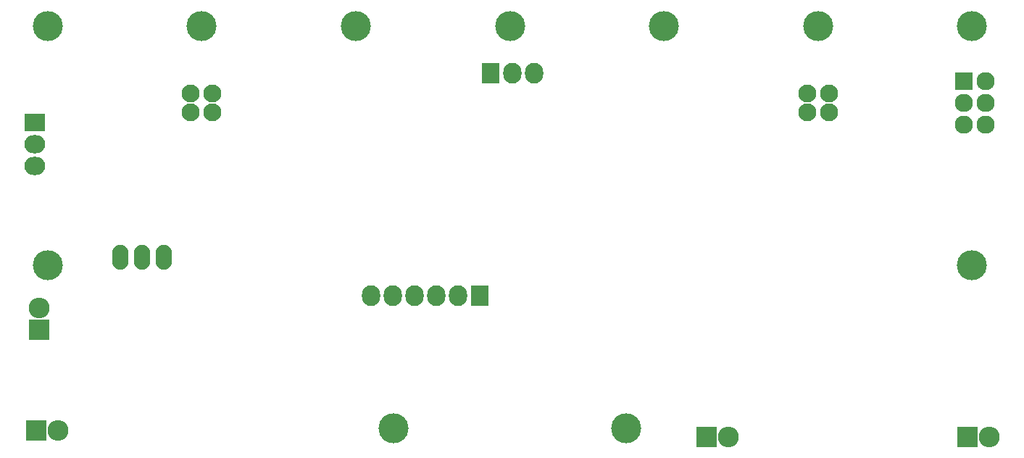
<source format=gbr>
G04 #@! TF.FileFunction,Soldermask,Bot*
%FSLAX46Y46*%
G04 Gerber Fmt 4.6, Leading zero omitted, Abs format (unit mm)*
G04 Created by KiCad (PCBNEW 4.0.2+dfsg1-stable) date Die 18 Okt 2016 18:09:58 CEST*
%MOMM*%
G01*
G04 APERTURE LIST*
%ADD10C,0.100000*%
%ADD11R,2.432000X2.432000*%
%ADD12O,2.432000X2.432000*%
%ADD13R,2.127200X2.432000*%
%ADD14O,2.127200X2.432000*%
%ADD15R,2.432000X2.127200*%
%ADD16O,2.432000X2.127200*%
%ADD17R,2.127200X2.127200*%
%ADD18O,2.127200X2.127200*%
%ADD19O,1.901140X2.899360*%
%ADD20C,3.500000*%
%ADD21C,2.100000*%
G04 APERTURE END LIST*
D10*
D11*
X54700000Y-100300000D03*
D12*
X57240000Y-100300000D03*
D13*
X107750000Y-58500000D03*
D14*
X110290000Y-58500000D03*
X112830000Y-58500000D03*
D15*
X54500000Y-64250000D03*
D16*
X54500000Y-66790000D03*
X54500000Y-69330000D03*
D11*
X133000000Y-101000000D03*
D12*
X135540000Y-101000000D03*
D11*
X163500000Y-101000000D03*
D12*
X166040000Y-101000000D03*
D17*
X163000000Y-59500000D03*
D18*
X165540000Y-59500000D03*
X163000000Y-62040000D03*
X165540000Y-62040000D03*
X163000000Y-64580000D03*
X165540000Y-64580000D03*
D11*
X55000000Y-88500000D03*
D12*
X55000000Y-85960000D03*
D19*
X67000000Y-80000000D03*
X69540000Y-80000000D03*
X64460000Y-80000000D03*
D20*
X164000000Y-81000000D03*
X56000000Y-81000000D03*
X56000000Y-53000000D03*
X74000000Y-53000000D03*
X92000000Y-53000000D03*
X110000000Y-53000000D03*
X128000000Y-53000000D03*
X146000000Y-53000000D03*
X164000000Y-53000000D03*
D21*
X72730000Y-63105000D03*
X72730000Y-60895000D03*
X75270000Y-63105000D03*
X75270000Y-60895000D03*
X144730000Y-63105000D03*
X144730000Y-60895000D03*
X147270000Y-63105000D03*
X147270000Y-60895000D03*
D20*
X96400000Y-100000000D03*
X123600000Y-100000000D03*
D13*
X106500000Y-84500000D03*
D14*
X103960000Y-84500000D03*
X101420000Y-84500000D03*
X98880000Y-84500000D03*
X96340000Y-84500000D03*
X93800000Y-84500000D03*
M02*

</source>
